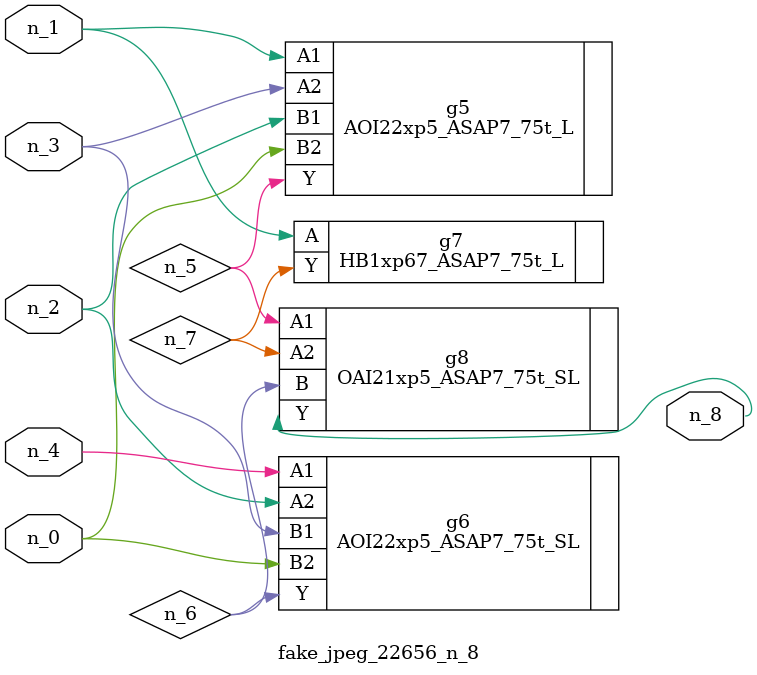
<source format=v>
module fake_jpeg_22656_n_8 (n_3, n_2, n_1, n_0, n_4, n_8);

input n_3;
input n_2;
input n_1;
input n_0;
input n_4;

output n_8;

wire n_6;
wire n_5;
wire n_7;

AOI22xp5_ASAP7_75t_L g5 ( 
.A1(n_1),
.A2(n_3),
.B1(n_2),
.B2(n_0),
.Y(n_5)
);

AOI22xp5_ASAP7_75t_SL g6 ( 
.A1(n_4),
.A2(n_2),
.B1(n_3),
.B2(n_0),
.Y(n_6)
);

HB1xp67_ASAP7_75t_L g7 ( 
.A(n_1),
.Y(n_7)
);

OAI21xp5_ASAP7_75t_SL g8 ( 
.A1(n_5),
.A2(n_7),
.B(n_6),
.Y(n_8)
);


endmodule
</source>
